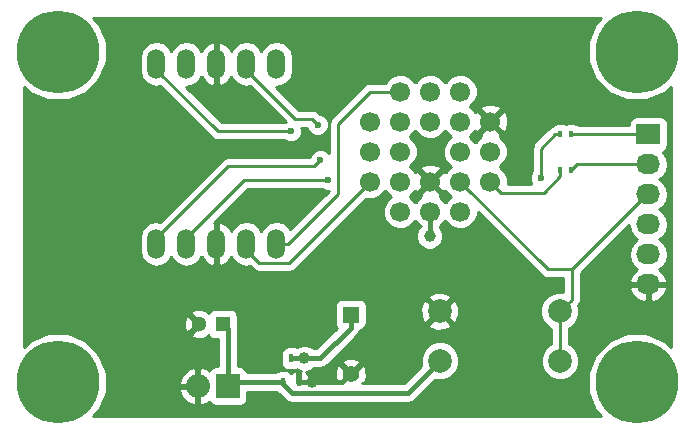
<source format=gtl>
G04 #@! TF.FileFunction,Copper,L1,Top,Signal*
%FSLAX46Y46*%
G04 Gerber Fmt 4.6, Leading zero omitted, Abs format (unit mm)*
G04 Created by KiCad (PCBNEW 4.0.4+e1-6308~48~ubuntu16.04.1-stable) date Fri Oct 14 16:45:37 2016*
%MOMM*%
%LPD*%
G01*
G04 APERTURE LIST*
%ADD10C,0.100000*%
%ADD11R,1.300000X1.300000*%
%ADD12C,1.300000*%
%ADD13R,1.400000X1.400000*%
%ADD14C,1.400000*%
%ADD15R,2.032000X1.727200*%
%ADD16O,2.032000X1.727200*%
%ADD17R,2.032000X2.032000*%
%ADD18O,2.032000X2.032000*%
%ADD19R,0.400000X0.600000*%
%ADD20C,1.998980*%
%ADD21O,1.524000X2.524000*%
%ADD22R,0.457200X0.711200*%
%ADD23C,1.699260*%
%ADD24C,7.000000*%
%ADD25C,1.000000*%
%ADD26C,0.600000*%
%ADD27C,0.400000*%
%ADD28C,0.250000*%
%ADD29C,0.254000*%
G04 APERTURE END LIST*
D10*
D11*
X150950000Y-126060000D03*
D12*
X148950000Y-126060000D03*
D13*
X161800000Y-125260000D03*
D14*
X161800000Y-130260000D03*
D15*
X187000000Y-110000000D03*
D16*
X187000000Y-112540000D03*
X187000000Y-115080000D03*
X187000000Y-117620000D03*
X187000000Y-120160000D03*
X187000000Y-122700000D03*
D17*
X151380000Y-131320000D03*
D18*
X148840000Y-131320000D03*
D19*
X179550000Y-110000000D03*
X180450000Y-110000000D03*
X179550000Y-113000000D03*
X180450000Y-113000000D03*
D20*
X169350000Y-129170000D03*
X179510000Y-129170000D03*
X179490000Y-124990000D03*
X169330000Y-124990000D03*
D21*
X145340000Y-119280000D03*
X147880000Y-119280000D03*
X150420000Y-119280000D03*
X152960000Y-119280000D03*
X155500000Y-119280000D03*
X155500000Y-104040000D03*
X152960000Y-104040000D03*
X150420000Y-104040000D03*
X147880000Y-104040000D03*
X145340000Y-104040000D03*
D22*
X156079600Y-130996000D03*
X157400400Y-130996000D03*
X156740000Y-128964000D03*
D23*
X168537341Y-116539200D03*
X168537341Y-113999200D03*
X171077341Y-116539200D03*
X173617341Y-113999200D03*
X171077341Y-113999200D03*
X173617341Y-111459200D03*
X171077341Y-111459200D03*
X173617341Y-108919200D03*
X171077341Y-106379200D03*
X171077341Y-108919200D03*
X168537341Y-106379200D03*
X168537341Y-108919200D03*
X165997341Y-106379200D03*
X163457341Y-108919200D03*
X165997341Y-108919200D03*
X163457341Y-111459200D03*
X165997341Y-111459200D03*
X163457341Y-113999200D03*
X165997341Y-116539200D03*
X165997341Y-113999200D03*
D24*
X137000000Y-103000000D03*
X186000000Y-103000000D03*
X137000000Y-131000000D03*
X186000000Y-131000000D03*
D25*
X158500000Y-130979472D03*
X157880000Y-128964000D03*
X168490000Y-118620000D03*
D26*
X177890000Y-113700000D03*
X159218370Y-112181630D03*
X159903371Y-113866629D03*
X158990000Y-109180000D03*
X156720000Y-109760000D03*
D27*
X156836074Y-131879474D02*
X156079600Y-131123000D01*
X166640526Y-131879474D02*
X156836074Y-131879474D01*
X156079600Y-131123000D02*
X156079600Y-130996000D01*
X169350000Y-129170000D02*
X166640526Y-131879474D01*
X156079600Y-130996000D02*
X151704000Y-130996000D01*
X151704000Y-130996000D02*
X151380000Y-131320000D01*
X151380000Y-131320000D02*
X151380000Y-126490000D01*
X151380000Y-126490000D02*
X150950000Y-126060000D01*
X158500000Y-130979472D02*
X161080528Y-130979472D01*
X157400400Y-130996000D02*
X158483472Y-130996000D01*
X158483472Y-130996000D02*
X158500000Y-130979472D01*
X161080528Y-130979472D02*
X161800000Y-130260000D01*
X157880000Y-128964000D02*
X159196000Y-128964000D01*
X156740000Y-128964000D02*
X157880000Y-128964000D01*
X168537341Y-116539200D02*
X168537341Y-118572659D01*
X168537341Y-118572659D02*
X168490000Y-118620000D01*
X159196000Y-128964000D02*
X161800000Y-126360000D01*
X161800000Y-126360000D02*
X161800000Y-125260000D01*
D28*
X187000000Y-110000000D02*
X185734000Y-110000000D01*
X185734000Y-110000000D02*
X180450000Y-110000000D01*
X187000000Y-112540000D02*
X180910000Y-112540000D01*
X180910000Y-112540000D02*
X180450000Y-113000000D01*
X171077341Y-113999200D02*
X178516252Y-121438111D01*
X178516252Y-121438111D02*
X180489489Y-121438111D01*
X179490000Y-124990000D02*
X180489489Y-123990511D01*
X180489489Y-123990511D02*
X180489489Y-121438111D01*
X180489489Y-121438111D02*
X186847600Y-115080000D01*
X186847600Y-115080000D02*
X187000000Y-115080000D01*
X179510000Y-129170000D02*
X179510000Y-125010000D01*
X179510000Y-125010000D02*
X179490000Y-124990000D01*
X177890000Y-113700000D02*
X177890000Y-111210000D01*
X177890000Y-111210000D02*
X179100000Y-110000000D01*
X179100000Y-110000000D02*
X179550000Y-110000000D01*
X178170000Y-114930000D02*
X174548141Y-114930000D01*
X174548141Y-114930000D02*
X173617341Y-113999200D01*
X179550000Y-113000000D02*
X179550000Y-113550000D01*
X179550000Y-113550000D02*
X178170000Y-114930000D01*
X145340000Y-119280000D02*
X145340000Y-118780000D01*
X145340000Y-118780000D02*
X151438371Y-112681629D01*
X151438371Y-112681629D02*
X158718371Y-112681629D01*
X158718371Y-112681629D02*
X159218370Y-112181630D01*
X152793371Y-113866629D02*
X159196265Y-113866629D01*
X159196265Y-113866629D02*
X159903371Y-113866629D01*
X147880000Y-119280000D02*
X147880000Y-118780000D01*
X147880000Y-118780000D02*
X152793371Y-113866629D01*
X152960000Y-119280000D02*
X152960000Y-119780000D01*
X152960000Y-119780000D02*
X154047010Y-120867010D01*
X154047010Y-120867010D02*
X156589531Y-120867010D01*
X156589531Y-120867010D02*
X162607712Y-114848829D01*
X162607712Y-114848829D02*
X163457341Y-113999200D01*
X155500000Y-119280000D02*
X156512000Y-119280000D01*
X163440800Y-106379200D02*
X164795783Y-106379200D01*
X160728372Y-115063628D02*
X160728372Y-109091628D01*
X156512000Y-119280000D02*
X160728372Y-115063628D01*
X160728372Y-109091628D02*
X163440800Y-106379200D01*
X164795783Y-106379200D02*
X165997341Y-106379200D01*
X158990000Y-109180000D02*
X158490001Y-108680001D01*
X157100001Y-108680001D02*
X152960000Y-104540000D01*
X158490001Y-108680001D02*
X157100001Y-108680001D01*
X152960000Y-104540000D02*
X152960000Y-104040000D01*
X156720000Y-109760000D02*
X150560000Y-109760000D01*
X150560000Y-109760000D02*
X145340000Y-104540000D01*
X145340000Y-104540000D02*
X145340000Y-104040000D01*
D29*
G36*
X182496562Y-100654653D02*
X181865720Y-102173889D01*
X181864284Y-103818894D01*
X182492474Y-105339229D01*
X183654653Y-106503438D01*
X185173889Y-107134280D01*
X186818894Y-107135716D01*
X188339229Y-106507526D01*
X188873000Y-105974686D01*
X188873000Y-128025137D01*
X188345347Y-127496562D01*
X186826111Y-126865720D01*
X185181106Y-126864284D01*
X183660771Y-127492474D01*
X182496562Y-128654653D01*
X181865720Y-130173889D01*
X181864284Y-131818894D01*
X182492474Y-133339229D01*
X183025314Y-133873000D01*
X139974863Y-133873000D01*
X140503438Y-133345347D01*
X141134280Y-131826111D01*
X141134387Y-131702946D01*
X147234017Y-131702946D01*
X147502812Y-132288379D01*
X147975182Y-132726385D01*
X148457056Y-132925975D01*
X148713000Y-132806836D01*
X148713000Y-131447000D01*
X147352633Y-131447000D01*
X147234017Y-131702946D01*
X141134387Y-131702946D01*
X141135055Y-130937054D01*
X147234017Y-130937054D01*
X147352633Y-131193000D01*
X148713000Y-131193000D01*
X148713000Y-129833164D01*
X148457056Y-129714025D01*
X147975182Y-129913615D01*
X147502812Y-130351621D01*
X147234017Y-130937054D01*
X141135055Y-130937054D01*
X141135716Y-130181106D01*
X140507526Y-128660771D01*
X139345347Y-127496562D01*
X137826111Y-126865720D01*
X136181106Y-126864284D01*
X134660771Y-127492474D01*
X134127000Y-128025314D01*
X134127000Y-125879078D01*
X147652378Y-125879078D01*
X147681917Y-126389428D01*
X147820389Y-126723729D01*
X148050984Y-126779410D01*
X148770395Y-126060000D01*
X148050984Y-125340590D01*
X147820389Y-125396271D01*
X147652378Y-125879078D01*
X134127000Y-125879078D01*
X134127000Y-125160984D01*
X148230590Y-125160984D01*
X148950000Y-125880395D01*
X148964142Y-125866252D01*
X149143748Y-126045858D01*
X149129605Y-126060000D01*
X149143748Y-126074142D01*
X148964142Y-126253748D01*
X148950000Y-126239605D01*
X148230590Y-126959016D01*
X148286271Y-127189611D01*
X148769078Y-127357622D01*
X149279428Y-127328083D01*
X149613729Y-127189611D01*
X149669410Y-126959018D01*
X149771072Y-127060680D01*
X149835910Y-127161441D01*
X150048110Y-127306431D01*
X150300000Y-127357440D01*
X150545000Y-127357440D01*
X150545000Y-129656560D01*
X150364000Y-129656560D01*
X150128683Y-129700838D01*
X149912559Y-129839910D01*
X149801160Y-130002948D01*
X149704818Y-129913615D01*
X149222944Y-129714025D01*
X148967000Y-129833164D01*
X148967000Y-131193000D01*
X148987000Y-131193000D01*
X148987000Y-131447000D01*
X148967000Y-131447000D01*
X148967000Y-132806836D01*
X149222944Y-132925975D01*
X149704818Y-132726385D01*
X149802398Y-132635903D01*
X149899910Y-132787441D01*
X150112110Y-132932431D01*
X150364000Y-132983440D01*
X152396000Y-132983440D01*
X152631317Y-132939162D01*
X152847441Y-132800090D01*
X152992431Y-132587890D01*
X153043440Y-132336000D01*
X153043440Y-131831000D01*
X155427829Y-131831000D01*
X155599110Y-131948031D01*
X155755416Y-131979684D01*
X156245640Y-132469908D01*
X156516534Y-132650914D01*
X156836074Y-132714474D01*
X166640526Y-132714474D01*
X166960067Y-132650913D01*
X167230960Y-132469908D01*
X168933863Y-130767005D01*
X169023453Y-130804206D01*
X169673694Y-130804774D01*
X170274655Y-130556462D01*
X170734846Y-130097073D01*
X170984206Y-129496547D01*
X170984774Y-128846306D01*
X170736462Y-128245345D01*
X170277073Y-127785154D01*
X169676547Y-127535794D01*
X169026306Y-127535226D01*
X168425345Y-127783538D01*
X167965154Y-128242927D01*
X167715794Y-128843453D01*
X167715226Y-129493694D01*
X167753298Y-129585834D01*
X166294658Y-131044474D01*
X162764082Y-131044474D01*
X162735277Y-131015669D01*
X162971042Y-130953831D01*
X163147419Y-130452878D01*
X163118664Y-129922560D01*
X162971042Y-129566169D01*
X162735275Y-129504331D01*
X161979605Y-130260000D01*
X161993748Y-130274142D01*
X161814142Y-130453748D01*
X161800000Y-130439605D01*
X161785858Y-130453748D01*
X161606252Y-130274142D01*
X161620395Y-130260000D01*
X160864725Y-129504331D01*
X160628958Y-129566169D01*
X160452581Y-130067122D01*
X160481336Y-130597440D01*
X160628958Y-130953831D01*
X160864723Y-131015669D01*
X160835918Y-131044474D01*
X157253400Y-131044474D01*
X157253400Y-130869000D01*
X157286100Y-130869000D01*
X157286100Y-130164150D01*
X157127350Y-130005400D01*
X157045491Y-130005400D01*
X156812102Y-130102073D01*
X156744324Y-130169851D01*
X156560090Y-130043969D01*
X156308200Y-129992960D01*
X155851000Y-129992960D01*
X155615683Y-130037238D01*
X155423351Y-130161000D01*
X153016533Y-130161000D01*
X152999162Y-130068683D01*
X152860090Y-129852559D01*
X152647890Y-129707569D01*
X152396000Y-129656560D01*
X152215000Y-129656560D01*
X152215000Y-128608400D01*
X155863960Y-128608400D01*
X155863960Y-129319600D01*
X155908238Y-129554917D01*
X156047310Y-129771041D01*
X156259510Y-129916031D01*
X156511400Y-129967040D01*
X156968600Y-129967040D01*
X157203917Y-129922762D01*
X157221842Y-129911227D01*
X157236235Y-129925645D01*
X157601523Y-130077327D01*
X157514700Y-130164150D01*
X157514700Y-130869000D01*
X158105250Y-130869000D01*
X158264000Y-130710250D01*
X158264000Y-130514090D01*
X158167327Y-130280701D01*
X157988698Y-130102073D01*
X157981495Y-130099089D01*
X158104775Y-130099197D01*
X158522086Y-129926767D01*
X158650076Y-129799000D01*
X159196000Y-129799000D01*
X159515541Y-129735439D01*
X159786434Y-129554434D01*
X160016143Y-129324725D01*
X161044331Y-129324725D01*
X161800000Y-130080395D01*
X162555669Y-129324725D01*
X162493831Y-129088958D01*
X161992878Y-128912581D01*
X161462560Y-128941336D01*
X161106169Y-129088958D01*
X161044331Y-129324725D01*
X160016143Y-129324725D01*
X162390434Y-126950434D01*
X162447038Y-126865720D01*
X162571439Y-126679541D01*
X162589116Y-126590672D01*
X162735317Y-126563162D01*
X162951441Y-126424090D01*
X163096431Y-126211890D01*
X163110551Y-126142163D01*
X168357443Y-126142163D01*
X168456042Y-126408965D01*
X169065582Y-126635401D01*
X169715377Y-126611341D01*
X170203958Y-126408965D01*
X170302557Y-126142163D01*
X169330000Y-125169605D01*
X168357443Y-126142163D01*
X163110551Y-126142163D01*
X163147440Y-125960000D01*
X163147440Y-124725582D01*
X167684599Y-124725582D01*
X167708659Y-125375377D01*
X167911035Y-125863958D01*
X168177837Y-125962557D01*
X169150395Y-124990000D01*
X169509605Y-124990000D01*
X170482163Y-125962557D01*
X170748965Y-125863958D01*
X170975401Y-125254418D01*
X170951341Y-124604623D01*
X170748965Y-124116042D01*
X170482163Y-124017443D01*
X169509605Y-124990000D01*
X169150395Y-124990000D01*
X168177837Y-124017443D01*
X167911035Y-124116042D01*
X167684599Y-124725582D01*
X163147440Y-124725582D01*
X163147440Y-124560000D01*
X163103162Y-124324683D01*
X162964090Y-124108559D01*
X162751890Y-123963569D01*
X162500000Y-123912560D01*
X161100000Y-123912560D01*
X160864683Y-123956838D01*
X160648559Y-124095910D01*
X160503569Y-124308110D01*
X160452560Y-124560000D01*
X160452560Y-125960000D01*
X160496838Y-126195317D01*
X160609200Y-126369932D01*
X158850132Y-128129000D01*
X158650189Y-128129000D01*
X158523765Y-128002355D01*
X158106756Y-127829197D01*
X157655225Y-127828803D01*
X157237914Y-128001233D01*
X157224449Y-128014674D01*
X157220490Y-128011969D01*
X156968600Y-127960960D01*
X156511400Y-127960960D01*
X156276083Y-128005238D01*
X156059959Y-128144310D01*
X155914969Y-128356510D01*
X155863960Y-128608400D01*
X152215000Y-128608400D01*
X152215000Y-126870194D01*
X152247440Y-126710000D01*
X152247440Y-125410000D01*
X152203162Y-125174683D01*
X152064090Y-124958559D01*
X151851890Y-124813569D01*
X151600000Y-124762560D01*
X150300000Y-124762560D01*
X150064683Y-124806838D01*
X149848559Y-124945910D01*
X149771063Y-125059329D01*
X149669410Y-125160982D01*
X149613729Y-124930389D01*
X149130922Y-124762378D01*
X148620572Y-124791917D01*
X148286271Y-124930389D01*
X148230590Y-125160984D01*
X134127000Y-125160984D01*
X134127000Y-123837837D01*
X168357443Y-123837837D01*
X169330000Y-124810395D01*
X170302557Y-123837837D01*
X170203958Y-123571035D01*
X169594418Y-123344599D01*
X168944623Y-123368659D01*
X168456042Y-123571035D01*
X168357443Y-123837837D01*
X134127000Y-123837837D01*
X134127000Y-118742836D01*
X143943000Y-118742836D01*
X143943000Y-119817164D01*
X144049340Y-120351773D01*
X144352172Y-120804992D01*
X144805391Y-121107824D01*
X145340000Y-121214164D01*
X145874609Y-121107824D01*
X146327828Y-120804992D01*
X146610000Y-120382693D01*
X146892172Y-120804992D01*
X147345391Y-121107824D01*
X147880000Y-121214164D01*
X148414609Y-121107824D01*
X148867828Y-120804992D01*
X149159298Y-120368778D01*
X149177941Y-120431941D01*
X149521974Y-120857630D01*
X150002723Y-121119260D01*
X150076930Y-121134220D01*
X150293000Y-121011720D01*
X150293000Y-119407000D01*
X150273000Y-119407000D01*
X150273000Y-119153000D01*
X150293000Y-119153000D01*
X150293000Y-117548280D01*
X150225047Y-117509755D01*
X153108173Y-114626629D01*
X159340908Y-114626629D01*
X159373044Y-114658821D01*
X159716572Y-114801467D01*
X159915558Y-114801640D01*
X156677831Y-118039367D01*
X156487828Y-117755008D01*
X156034609Y-117452176D01*
X155500000Y-117345836D01*
X154965391Y-117452176D01*
X154512172Y-117755008D01*
X154230000Y-118177307D01*
X153947828Y-117755008D01*
X153494609Y-117452176D01*
X152960000Y-117345836D01*
X152425391Y-117452176D01*
X151972172Y-117755008D01*
X151680702Y-118191222D01*
X151662059Y-118128059D01*
X151318026Y-117702370D01*
X150837277Y-117440740D01*
X150763070Y-117425780D01*
X150547000Y-117548280D01*
X150547000Y-119153000D01*
X150567000Y-119153000D01*
X150567000Y-119407000D01*
X150547000Y-119407000D01*
X150547000Y-121011720D01*
X150763070Y-121134220D01*
X150837277Y-121119260D01*
X151318026Y-120857630D01*
X151662059Y-120431941D01*
X151680702Y-120368778D01*
X151972172Y-120804992D01*
X152425391Y-121107824D01*
X152960000Y-121214164D01*
X153259740Y-121154542D01*
X153509609Y-121404411D01*
X153756170Y-121569158D01*
X154047010Y-121627010D01*
X156589531Y-121627010D01*
X156880370Y-121569158D01*
X157126932Y-121404411D01*
X163080915Y-115450428D01*
X163160734Y-115483572D01*
X163751357Y-115484088D01*
X164297218Y-115258542D01*
X164715215Y-114841274D01*
X164727090Y-114812676D01*
X164737999Y-114839077D01*
X165155267Y-115257074D01*
X165183865Y-115268949D01*
X165157464Y-115279858D01*
X164739467Y-115697126D01*
X164512969Y-116242593D01*
X164512453Y-116833216D01*
X164737999Y-117379077D01*
X165155267Y-117797074D01*
X165700734Y-118023572D01*
X166291357Y-118024088D01*
X166837218Y-117798542D01*
X167255215Y-117381274D01*
X167267090Y-117352676D01*
X167277999Y-117379077D01*
X167695267Y-117797074D01*
X167702341Y-117800011D01*
X167702341Y-117802552D01*
X167528355Y-117976235D01*
X167355197Y-118393244D01*
X167354803Y-118844775D01*
X167527233Y-119262086D01*
X167846235Y-119581645D01*
X168263244Y-119754803D01*
X168714775Y-119755197D01*
X169132086Y-119582767D01*
X169451645Y-119263765D01*
X169624803Y-118846756D01*
X169625197Y-118395225D01*
X169452767Y-117977914D01*
X169372341Y-117897348D01*
X169372341Y-117800557D01*
X169377218Y-117798542D01*
X169795215Y-117381274D01*
X169807090Y-117352676D01*
X169817999Y-117379077D01*
X170235267Y-117797074D01*
X170780734Y-118023572D01*
X171371357Y-118024088D01*
X171917218Y-117798542D01*
X172335215Y-117381274D01*
X172561713Y-116835807D01*
X172561955Y-116558616D01*
X177978851Y-121975512D01*
X178225413Y-122140259D01*
X178516252Y-122198111D01*
X179729489Y-122198111D01*
X179729489Y-123355718D01*
X179166306Y-123355226D01*
X178565345Y-123603538D01*
X178105154Y-124062927D01*
X177855794Y-124663453D01*
X177855226Y-125313694D01*
X178103538Y-125914655D01*
X178562927Y-126374846D01*
X178750000Y-126452525D01*
X178750000Y-127715504D01*
X178585345Y-127783538D01*
X178125154Y-128242927D01*
X177875794Y-128843453D01*
X177875226Y-129493694D01*
X178123538Y-130094655D01*
X178582927Y-130554846D01*
X179183453Y-130804206D01*
X179833694Y-130804774D01*
X180434655Y-130556462D01*
X180894846Y-130097073D01*
X181144206Y-129496547D01*
X181144774Y-128846306D01*
X180896462Y-128245345D01*
X180437073Y-127785154D01*
X180270000Y-127715779D01*
X180270000Y-126436232D01*
X180414655Y-126376462D01*
X180874846Y-125917073D01*
X181124206Y-125316547D01*
X181124774Y-124666306D01*
X181052039Y-124490274D01*
X181191637Y-124281350D01*
X181249489Y-123990511D01*
X181249489Y-123059026D01*
X185392642Y-123059026D01*
X185395291Y-123074791D01*
X185649268Y-123602036D01*
X186085680Y-123991954D01*
X186638087Y-124185184D01*
X186873000Y-124040924D01*
X186873000Y-122827000D01*
X187127000Y-122827000D01*
X187127000Y-124040924D01*
X187361913Y-124185184D01*
X187914320Y-123991954D01*
X188350732Y-123602036D01*
X188604709Y-123074791D01*
X188607358Y-123059026D01*
X188486217Y-122827000D01*
X187127000Y-122827000D01*
X186873000Y-122827000D01*
X185513783Y-122827000D01*
X185392642Y-123059026D01*
X181249489Y-123059026D01*
X181249489Y-121752913D01*
X185327563Y-117674839D01*
X185430729Y-118193489D01*
X185755585Y-118679670D01*
X186070366Y-118890000D01*
X185755585Y-119100330D01*
X185430729Y-119586511D01*
X185316655Y-120160000D01*
X185430729Y-120733489D01*
X185755585Y-121219670D01*
X186065069Y-121426461D01*
X185649268Y-121797964D01*
X185395291Y-122325209D01*
X185392642Y-122340974D01*
X185513783Y-122573000D01*
X186873000Y-122573000D01*
X186873000Y-122553000D01*
X187127000Y-122553000D01*
X187127000Y-122573000D01*
X188486217Y-122573000D01*
X188607358Y-122340974D01*
X188604709Y-122325209D01*
X188350732Y-121797964D01*
X187934931Y-121426461D01*
X188244415Y-121219670D01*
X188569271Y-120733489D01*
X188683345Y-120160000D01*
X188569271Y-119586511D01*
X188244415Y-119100330D01*
X187929634Y-118890000D01*
X188244415Y-118679670D01*
X188569271Y-118193489D01*
X188683345Y-117620000D01*
X188569271Y-117046511D01*
X188244415Y-116560330D01*
X187929634Y-116350000D01*
X188244415Y-116139670D01*
X188569271Y-115653489D01*
X188683345Y-115080000D01*
X188569271Y-114506511D01*
X188244415Y-114020330D01*
X187929634Y-113810000D01*
X188244415Y-113599670D01*
X188569271Y-113113489D01*
X188683345Y-112540000D01*
X188569271Y-111966511D01*
X188244415Y-111480330D01*
X188230087Y-111470757D01*
X188251317Y-111466762D01*
X188467441Y-111327690D01*
X188612431Y-111115490D01*
X188663440Y-110863600D01*
X188663440Y-109136400D01*
X188619162Y-108901083D01*
X188480090Y-108684959D01*
X188267890Y-108539969D01*
X188016000Y-108488960D01*
X185984000Y-108488960D01*
X185748683Y-108533238D01*
X185532559Y-108672310D01*
X185387569Y-108884510D01*
X185336560Y-109136400D01*
X185336560Y-109240000D01*
X181101563Y-109240000D01*
X180901890Y-109103569D01*
X180650000Y-109052560D01*
X180250000Y-109052560D01*
X180014683Y-109096838D01*
X180003021Y-109104342D01*
X180001890Y-109103569D01*
X179750000Y-109052560D01*
X179350000Y-109052560D01*
X179114683Y-109096838D01*
X178898559Y-109235910D01*
X178863640Y-109287015D01*
X178857414Y-109288254D01*
X178809160Y-109297852D01*
X178562599Y-109462599D01*
X177352599Y-110672599D01*
X177187852Y-110919161D01*
X177130000Y-111210000D01*
X177130000Y-113137537D01*
X177097808Y-113169673D01*
X176955162Y-113513201D01*
X176954838Y-113885167D01*
X177072528Y-114170000D01*
X175101823Y-114170000D01*
X175102229Y-113705184D01*
X174876683Y-113159323D01*
X174459415Y-112741326D01*
X174430817Y-112729451D01*
X174457218Y-112718542D01*
X174875215Y-112301274D01*
X175101713Y-111755807D01*
X175102229Y-111165184D01*
X174876683Y-110619323D01*
X174459415Y-110201326D01*
X174411630Y-110181484D01*
X174481426Y-109962890D01*
X173617341Y-109098805D01*
X172753256Y-109962890D01*
X172822921Y-110181075D01*
X172777464Y-110199858D01*
X172359467Y-110617126D01*
X172347592Y-110645724D01*
X172336683Y-110619323D01*
X171919415Y-110201326D01*
X171890817Y-110189451D01*
X171917218Y-110178542D01*
X172335215Y-109761274D01*
X172355057Y-109713489D01*
X172573651Y-109783285D01*
X173437736Y-108919200D01*
X173796946Y-108919200D01*
X174661031Y-109783285D01*
X174912294Y-109703058D01*
X175113691Y-109147833D01*
X175087282Y-108557801D01*
X174912294Y-108135342D01*
X174661031Y-108055115D01*
X173796946Y-108919200D01*
X173437736Y-108919200D01*
X172573651Y-108055115D01*
X172355466Y-108124780D01*
X172336683Y-108079323D01*
X172133226Y-107875510D01*
X172753256Y-107875510D01*
X173617341Y-108739595D01*
X174481426Y-107875510D01*
X174401199Y-107624247D01*
X173845974Y-107422850D01*
X173255942Y-107449259D01*
X172833483Y-107624247D01*
X172753256Y-107875510D01*
X172133226Y-107875510D01*
X171919415Y-107661326D01*
X171890817Y-107649451D01*
X171917218Y-107638542D01*
X172335215Y-107221274D01*
X172561713Y-106675807D01*
X172562229Y-106085184D01*
X172336683Y-105539323D01*
X171919415Y-105121326D01*
X171373948Y-104894828D01*
X170783325Y-104894312D01*
X170237464Y-105119858D01*
X169819467Y-105537126D01*
X169807592Y-105565724D01*
X169796683Y-105539323D01*
X169379415Y-105121326D01*
X168833948Y-104894828D01*
X168243325Y-104894312D01*
X167697464Y-105119858D01*
X167279467Y-105537126D01*
X167267592Y-105565724D01*
X167256683Y-105539323D01*
X166839415Y-105121326D01*
X166293948Y-104894828D01*
X165703325Y-104894312D01*
X165157464Y-105119858D01*
X164739467Y-105537126D01*
X164705387Y-105619200D01*
X163440800Y-105619200D01*
X163198214Y-105667454D01*
X163149960Y-105677052D01*
X162903399Y-105841799D01*
X160190971Y-108554227D01*
X160026224Y-108800789D01*
X159968372Y-109091628D01*
X159968372Y-111609497D01*
X159748697Y-111389438D01*
X159405169Y-111246792D01*
X159033203Y-111246468D01*
X158689427Y-111388513D01*
X158426178Y-111651303D01*
X158313928Y-111921629D01*
X151438371Y-111921629D01*
X151147532Y-111979481D01*
X150900970Y-112144228D01*
X145639740Y-117405458D01*
X145340000Y-117345836D01*
X144805391Y-117452176D01*
X144352172Y-117755008D01*
X144049340Y-118208227D01*
X143943000Y-118742836D01*
X134127000Y-118742836D01*
X134127000Y-105974863D01*
X134654653Y-106503438D01*
X136173889Y-107134280D01*
X137818894Y-107135716D01*
X139339229Y-106507526D01*
X140503438Y-105345347D01*
X141134280Y-103826111D01*
X141134562Y-103502836D01*
X143943000Y-103502836D01*
X143943000Y-104577164D01*
X144049340Y-105111773D01*
X144352172Y-105564992D01*
X144805391Y-105867824D01*
X145340000Y-105974164D01*
X145639740Y-105914542D01*
X150022599Y-110297401D01*
X150269161Y-110462148D01*
X150560000Y-110520000D01*
X156157537Y-110520000D01*
X156189673Y-110552192D01*
X156533201Y-110694838D01*
X156905167Y-110695162D01*
X157248943Y-110553117D01*
X157512192Y-110290327D01*
X157654838Y-109946799D01*
X157655162Y-109574833D01*
X157599451Y-109440001D01*
X158085759Y-109440001D01*
X158196883Y-109708943D01*
X158459673Y-109972192D01*
X158803201Y-110114838D01*
X159175167Y-110115162D01*
X159518943Y-109973117D01*
X159782192Y-109710327D01*
X159924838Y-109366799D01*
X159925162Y-108994833D01*
X159783117Y-108651057D01*
X159520327Y-108387808D01*
X159176799Y-108245162D01*
X159129923Y-108245121D01*
X159027402Y-108142600D01*
X158780840Y-107977853D01*
X158490001Y-107920001D01*
X157414803Y-107920001D01*
X155461260Y-105966458D01*
X155500000Y-105974164D01*
X156034609Y-105867824D01*
X156487828Y-105564992D01*
X156790660Y-105111773D01*
X156897000Y-104577164D01*
X156897000Y-103502836D01*
X156790660Y-102968227D01*
X156487828Y-102515008D01*
X156034609Y-102212176D01*
X155500000Y-102105836D01*
X154965391Y-102212176D01*
X154512172Y-102515008D01*
X154230000Y-102937307D01*
X153947828Y-102515008D01*
X153494609Y-102212176D01*
X152960000Y-102105836D01*
X152425391Y-102212176D01*
X151972172Y-102515008D01*
X151680702Y-102951222D01*
X151662059Y-102888059D01*
X151318026Y-102462370D01*
X150837277Y-102200740D01*
X150763070Y-102185780D01*
X150547000Y-102308280D01*
X150547000Y-103913000D01*
X150567000Y-103913000D01*
X150567000Y-104167000D01*
X150547000Y-104167000D01*
X150547000Y-105771720D01*
X150763070Y-105894220D01*
X150837277Y-105879260D01*
X151318026Y-105617630D01*
X151662059Y-105191941D01*
X151680702Y-105128778D01*
X151972172Y-105564992D01*
X152425391Y-105867824D01*
X152960000Y-105974164D01*
X153259740Y-105914542D01*
X156276696Y-108931498D01*
X156191057Y-108966883D01*
X156157882Y-109000000D01*
X150874802Y-109000000D01*
X147841260Y-105966458D01*
X147880000Y-105974164D01*
X148414609Y-105867824D01*
X148867828Y-105564992D01*
X149159298Y-105128778D01*
X149177941Y-105191941D01*
X149521974Y-105617630D01*
X150002723Y-105879260D01*
X150076930Y-105894220D01*
X150293000Y-105771720D01*
X150293000Y-104167000D01*
X150273000Y-104167000D01*
X150273000Y-103913000D01*
X150293000Y-103913000D01*
X150293000Y-102308280D01*
X150076930Y-102185780D01*
X150002723Y-102200740D01*
X149521974Y-102462370D01*
X149177941Y-102888059D01*
X149159298Y-102951222D01*
X148867828Y-102515008D01*
X148414609Y-102212176D01*
X147880000Y-102105836D01*
X147345391Y-102212176D01*
X146892172Y-102515008D01*
X146610000Y-102937307D01*
X146327828Y-102515008D01*
X145874609Y-102212176D01*
X145340000Y-102105836D01*
X144805391Y-102212176D01*
X144352172Y-102515008D01*
X144049340Y-102968227D01*
X143943000Y-103502836D01*
X141134562Y-103502836D01*
X141135716Y-102181106D01*
X140507526Y-100660771D01*
X139974686Y-100127000D01*
X183025137Y-100127000D01*
X182496562Y-100654653D01*
X182496562Y-100654653D01*
G37*
X182496562Y-100654653D02*
X181865720Y-102173889D01*
X181864284Y-103818894D01*
X182492474Y-105339229D01*
X183654653Y-106503438D01*
X185173889Y-107134280D01*
X186818894Y-107135716D01*
X188339229Y-106507526D01*
X188873000Y-105974686D01*
X188873000Y-128025137D01*
X188345347Y-127496562D01*
X186826111Y-126865720D01*
X185181106Y-126864284D01*
X183660771Y-127492474D01*
X182496562Y-128654653D01*
X181865720Y-130173889D01*
X181864284Y-131818894D01*
X182492474Y-133339229D01*
X183025314Y-133873000D01*
X139974863Y-133873000D01*
X140503438Y-133345347D01*
X141134280Y-131826111D01*
X141134387Y-131702946D01*
X147234017Y-131702946D01*
X147502812Y-132288379D01*
X147975182Y-132726385D01*
X148457056Y-132925975D01*
X148713000Y-132806836D01*
X148713000Y-131447000D01*
X147352633Y-131447000D01*
X147234017Y-131702946D01*
X141134387Y-131702946D01*
X141135055Y-130937054D01*
X147234017Y-130937054D01*
X147352633Y-131193000D01*
X148713000Y-131193000D01*
X148713000Y-129833164D01*
X148457056Y-129714025D01*
X147975182Y-129913615D01*
X147502812Y-130351621D01*
X147234017Y-130937054D01*
X141135055Y-130937054D01*
X141135716Y-130181106D01*
X140507526Y-128660771D01*
X139345347Y-127496562D01*
X137826111Y-126865720D01*
X136181106Y-126864284D01*
X134660771Y-127492474D01*
X134127000Y-128025314D01*
X134127000Y-125879078D01*
X147652378Y-125879078D01*
X147681917Y-126389428D01*
X147820389Y-126723729D01*
X148050984Y-126779410D01*
X148770395Y-126060000D01*
X148050984Y-125340590D01*
X147820389Y-125396271D01*
X147652378Y-125879078D01*
X134127000Y-125879078D01*
X134127000Y-125160984D01*
X148230590Y-125160984D01*
X148950000Y-125880395D01*
X148964142Y-125866252D01*
X149143748Y-126045858D01*
X149129605Y-126060000D01*
X149143748Y-126074142D01*
X148964142Y-126253748D01*
X148950000Y-126239605D01*
X148230590Y-126959016D01*
X148286271Y-127189611D01*
X148769078Y-127357622D01*
X149279428Y-127328083D01*
X149613729Y-127189611D01*
X149669410Y-126959018D01*
X149771072Y-127060680D01*
X149835910Y-127161441D01*
X150048110Y-127306431D01*
X150300000Y-127357440D01*
X150545000Y-127357440D01*
X150545000Y-129656560D01*
X150364000Y-129656560D01*
X150128683Y-129700838D01*
X149912559Y-129839910D01*
X149801160Y-130002948D01*
X149704818Y-129913615D01*
X149222944Y-129714025D01*
X148967000Y-129833164D01*
X148967000Y-131193000D01*
X148987000Y-131193000D01*
X148987000Y-131447000D01*
X148967000Y-131447000D01*
X148967000Y-132806836D01*
X149222944Y-132925975D01*
X149704818Y-132726385D01*
X149802398Y-132635903D01*
X149899910Y-132787441D01*
X150112110Y-132932431D01*
X150364000Y-132983440D01*
X152396000Y-132983440D01*
X152631317Y-132939162D01*
X152847441Y-132800090D01*
X152992431Y-132587890D01*
X153043440Y-132336000D01*
X153043440Y-131831000D01*
X155427829Y-131831000D01*
X155599110Y-131948031D01*
X155755416Y-131979684D01*
X156245640Y-132469908D01*
X156516534Y-132650914D01*
X156836074Y-132714474D01*
X166640526Y-132714474D01*
X166960067Y-132650913D01*
X167230960Y-132469908D01*
X168933863Y-130767005D01*
X169023453Y-130804206D01*
X169673694Y-130804774D01*
X170274655Y-130556462D01*
X170734846Y-130097073D01*
X170984206Y-129496547D01*
X170984774Y-128846306D01*
X170736462Y-128245345D01*
X170277073Y-127785154D01*
X169676547Y-127535794D01*
X169026306Y-127535226D01*
X168425345Y-127783538D01*
X167965154Y-128242927D01*
X167715794Y-128843453D01*
X167715226Y-129493694D01*
X167753298Y-129585834D01*
X166294658Y-131044474D01*
X162764082Y-131044474D01*
X162735277Y-131015669D01*
X162971042Y-130953831D01*
X163147419Y-130452878D01*
X163118664Y-129922560D01*
X162971042Y-129566169D01*
X162735275Y-129504331D01*
X161979605Y-130260000D01*
X161993748Y-130274142D01*
X161814142Y-130453748D01*
X161800000Y-130439605D01*
X161785858Y-130453748D01*
X161606252Y-130274142D01*
X161620395Y-130260000D01*
X160864725Y-129504331D01*
X160628958Y-129566169D01*
X160452581Y-130067122D01*
X160481336Y-130597440D01*
X160628958Y-130953831D01*
X160864723Y-131015669D01*
X160835918Y-131044474D01*
X157253400Y-131044474D01*
X157253400Y-130869000D01*
X157286100Y-130869000D01*
X157286100Y-130164150D01*
X157127350Y-130005400D01*
X157045491Y-130005400D01*
X156812102Y-130102073D01*
X156744324Y-130169851D01*
X156560090Y-130043969D01*
X156308200Y-129992960D01*
X155851000Y-129992960D01*
X155615683Y-130037238D01*
X155423351Y-130161000D01*
X153016533Y-130161000D01*
X152999162Y-130068683D01*
X152860090Y-129852559D01*
X152647890Y-129707569D01*
X152396000Y-129656560D01*
X152215000Y-129656560D01*
X152215000Y-128608400D01*
X155863960Y-128608400D01*
X155863960Y-129319600D01*
X155908238Y-129554917D01*
X156047310Y-129771041D01*
X156259510Y-129916031D01*
X156511400Y-129967040D01*
X156968600Y-129967040D01*
X157203917Y-129922762D01*
X157221842Y-129911227D01*
X157236235Y-129925645D01*
X157601523Y-130077327D01*
X157514700Y-130164150D01*
X157514700Y-130869000D01*
X158105250Y-130869000D01*
X158264000Y-130710250D01*
X158264000Y-130514090D01*
X158167327Y-130280701D01*
X157988698Y-130102073D01*
X157981495Y-130099089D01*
X158104775Y-130099197D01*
X158522086Y-129926767D01*
X158650076Y-129799000D01*
X159196000Y-129799000D01*
X159515541Y-129735439D01*
X159786434Y-129554434D01*
X160016143Y-129324725D01*
X161044331Y-129324725D01*
X161800000Y-130080395D01*
X162555669Y-129324725D01*
X162493831Y-129088958D01*
X161992878Y-128912581D01*
X161462560Y-128941336D01*
X161106169Y-129088958D01*
X161044331Y-129324725D01*
X160016143Y-129324725D01*
X162390434Y-126950434D01*
X162447038Y-126865720D01*
X162571439Y-126679541D01*
X162589116Y-126590672D01*
X162735317Y-126563162D01*
X162951441Y-126424090D01*
X163096431Y-126211890D01*
X163110551Y-126142163D01*
X168357443Y-126142163D01*
X168456042Y-126408965D01*
X169065582Y-126635401D01*
X169715377Y-126611341D01*
X170203958Y-126408965D01*
X170302557Y-126142163D01*
X169330000Y-125169605D01*
X168357443Y-126142163D01*
X163110551Y-126142163D01*
X163147440Y-125960000D01*
X163147440Y-124725582D01*
X167684599Y-124725582D01*
X167708659Y-125375377D01*
X167911035Y-125863958D01*
X168177837Y-125962557D01*
X169150395Y-124990000D01*
X169509605Y-124990000D01*
X170482163Y-125962557D01*
X170748965Y-125863958D01*
X170975401Y-125254418D01*
X170951341Y-124604623D01*
X170748965Y-124116042D01*
X170482163Y-124017443D01*
X169509605Y-124990000D01*
X169150395Y-124990000D01*
X168177837Y-124017443D01*
X167911035Y-124116042D01*
X167684599Y-124725582D01*
X163147440Y-124725582D01*
X163147440Y-124560000D01*
X163103162Y-124324683D01*
X162964090Y-124108559D01*
X162751890Y-123963569D01*
X162500000Y-123912560D01*
X161100000Y-123912560D01*
X160864683Y-123956838D01*
X160648559Y-124095910D01*
X160503569Y-124308110D01*
X160452560Y-124560000D01*
X160452560Y-125960000D01*
X160496838Y-126195317D01*
X160609200Y-126369932D01*
X158850132Y-128129000D01*
X158650189Y-128129000D01*
X158523765Y-128002355D01*
X158106756Y-127829197D01*
X157655225Y-127828803D01*
X157237914Y-128001233D01*
X157224449Y-128014674D01*
X157220490Y-128011969D01*
X156968600Y-127960960D01*
X156511400Y-127960960D01*
X156276083Y-128005238D01*
X156059959Y-128144310D01*
X155914969Y-128356510D01*
X155863960Y-128608400D01*
X152215000Y-128608400D01*
X152215000Y-126870194D01*
X152247440Y-126710000D01*
X152247440Y-125410000D01*
X152203162Y-125174683D01*
X152064090Y-124958559D01*
X151851890Y-124813569D01*
X151600000Y-124762560D01*
X150300000Y-124762560D01*
X150064683Y-124806838D01*
X149848559Y-124945910D01*
X149771063Y-125059329D01*
X149669410Y-125160982D01*
X149613729Y-124930389D01*
X149130922Y-124762378D01*
X148620572Y-124791917D01*
X148286271Y-124930389D01*
X148230590Y-125160984D01*
X134127000Y-125160984D01*
X134127000Y-123837837D01*
X168357443Y-123837837D01*
X169330000Y-124810395D01*
X170302557Y-123837837D01*
X170203958Y-123571035D01*
X169594418Y-123344599D01*
X168944623Y-123368659D01*
X168456042Y-123571035D01*
X168357443Y-123837837D01*
X134127000Y-123837837D01*
X134127000Y-118742836D01*
X143943000Y-118742836D01*
X143943000Y-119817164D01*
X144049340Y-120351773D01*
X144352172Y-120804992D01*
X144805391Y-121107824D01*
X145340000Y-121214164D01*
X145874609Y-121107824D01*
X146327828Y-120804992D01*
X146610000Y-120382693D01*
X146892172Y-120804992D01*
X147345391Y-121107824D01*
X147880000Y-121214164D01*
X148414609Y-121107824D01*
X148867828Y-120804992D01*
X149159298Y-120368778D01*
X149177941Y-120431941D01*
X149521974Y-120857630D01*
X150002723Y-121119260D01*
X150076930Y-121134220D01*
X150293000Y-121011720D01*
X150293000Y-119407000D01*
X150273000Y-119407000D01*
X150273000Y-119153000D01*
X150293000Y-119153000D01*
X150293000Y-117548280D01*
X150225047Y-117509755D01*
X153108173Y-114626629D01*
X159340908Y-114626629D01*
X159373044Y-114658821D01*
X159716572Y-114801467D01*
X159915558Y-114801640D01*
X156677831Y-118039367D01*
X156487828Y-117755008D01*
X156034609Y-117452176D01*
X155500000Y-117345836D01*
X154965391Y-117452176D01*
X154512172Y-117755008D01*
X154230000Y-118177307D01*
X153947828Y-117755008D01*
X153494609Y-117452176D01*
X152960000Y-117345836D01*
X152425391Y-117452176D01*
X151972172Y-117755008D01*
X151680702Y-118191222D01*
X151662059Y-118128059D01*
X151318026Y-117702370D01*
X150837277Y-117440740D01*
X150763070Y-117425780D01*
X150547000Y-117548280D01*
X150547000Y-119153000D01*
X150567000Y-119153000D01*
X150567000Y-119407000D01*
X150547000Y-119407000D01*
X150547000Y-121011720D01*
X150763070Y-121134220D01*
X150837277Y-121119260D01*
X151318026Y-120857630D01*
X151662059Y-120431941D01*
X151680702Y-120368778D01*
X151972172Y-120804992D01*
X152425391Y-121107824D01*
X152960000Y-121214164D01*
X153259740Y-121154542D01*
X153509609Y-121404411D01*
X153756170Y-121569158D01*
X154047010Y-121627010D01*
X156589531Y-121627010D01*
X156880370Y-121569158D01*
X157126932Y-121404411D01*
X163080915Y-115450428D01*
X163160734Y-115483572D01*
X163751357Y-115484088D01*
X164297218Y-115258542D01*
X164715215Y-114841274D01*
X164727090Y-114812676D01*
X164737999Y-114839077D01*
X165155267Y-115257074D01*
X165183865Y-115268949D01*
X165157464Y-115279858D01*
X164739467Y-115697126D01*
X164512969Y-116242593D01*
X164512453Y-116833216D01*
X164737999Y-117379077D01*
X165155267Y-117797074D01*
X165700734Y-118023572D01*
X166291357Y-118024088D01*
X166837218Y-117798542D01*
X167255215Y-117381274D01*
X167267090Y-117352676D01*
X167277999Y-117379077D01*
X167695267Y-117797074D01*
X167702341Y-117800011D01*
X167702341Y-117802552D01*
X167528355Y-117976235D01*
X167355197Y-118393244D01*
X167354803Y-118844775D01*
X167527233Y-119262086D01*
X167846235Y-119581645D01*
X168263244Y-119754803D01*
X168714775Y-119755197D01*
X169132086Y-119582767D01*
X169451645Y-119263765D01*
X169624803Y-118846756D01*
X169625197Y-118395225D01*
X169452767Y-117977914D01*
X169372341Y-117897348D01*
X169372341Y-117800557D01*
X169377218Y-117798542D01*
X169795215Y-117381274D01*
X169807090Y-117352676D01*
X169817999Y-117379077D01*
X170235267Y-117797074D01*
X170780734Y-118023572D01*
X171371357Y-118024088D01*
X171917218Y-117798542D01*
X172335215Y-117381274D01*
X172561713Y-116835807D01*
X172561955Y-116558616D01*
X177978851Y-121975512D01*
X178225413Y-122140259D01*
X178516252Y-122198111D01*
X179729489Y-122198111D01*
X179729489Y-123355718D01*
X179166306Y-123355226D01*
X178565345Y-123603538D01*
X178105154Y-124062927D01*
X177855794Y-124663453D01*
X177855226Y-125313694D01*
X178103538Y-125914655D01*
X178562927Y-126374846D01*
X178750000Y-126452525D01*
X178750000Y-127715504D01*
X178585345Y-127783538D01*
X178125154Y-128242927D01*
X177875794Y-128843453D01*
X177875226Y-129493694D01*
X178123538Y-130094655D01*
X178582927Y-130554846D01*
X179183453Y-130804206D01*
X179833694Y-130804774D01*
X180434655Y-130556462D01*
X180894846Y-130097073D01*
X181144206Y-129496547D01*
X181144774Y-128846306D01*
X180896462Y-128245345D01*
X180437073Y-127785154D01*
X180270000Y-127715779D01*
X180270000Y-126436232D01*
X180414655Y-126376462D01*
X180874846Y-125917073D01*
X181124206Y-125316547D01*
X181124774Y-124666306D01*
X181052039Y-124490274D01*
X181191637Y-124281350D01*
X181249489Y-123990511D01*
X181249489Y-123059026D01*
X185392642Y-123059026D01*
X185395291Y-123074791D01*
X185649268Y-123602036D01*
X186085680Y-123991954D01*
X186638087Y-124185184D01*
X186873000Y-124040924D01*
X186873000Y-122827000D01*
X187127000Y-122827000D01*
X187127000Y-124040924D01*
X187361913Y-124185184D01*
X187914320Y-123991954D01*
X188350732Y-123602036D01*
X188604709Y-123074791D01*
X188607358Y-123059026D01*
X188486217Y-122827000D01*
X187127000Y-122827000D01*
X186873000Y-122827000D01*
X185513783Y-122827000D01*
X185392642Y-123059026D01*
X181249489Y-123059026D01*
X181249489Y-121752913D01*
X185327563Y-117674839D01*
X185430729Y-118193489D01*
X185755585Y-118679670D01*
X186070366Y-118890000D01*
X185755585Y-119100330D01*
X185430729Y-119586511D01*
X185316655Y-120160000D01*
X185430729Y-120733489D01*
X185755585Y-121219670D01*
X186065069Y-121426461D01*
X185649268Y-121797964D01*
X185395291Y-122325209D01*
X185392642Y-122340974D01*
X185513783Y-122573000D01*
X186873000Y-122573000D01*
X186873000Y-122553000D01*
X187127000Y-122553000D01*
X187127000Y-122573000D01*
X188486217Y-122573000D01*
X188607358Y-122340974D01*
X188604709Y-122325209D01*
X188350732Y-121797964D01*
X187934931Y-121426461D01*
X188244415Y-121219670D01*
X188569271Y-120733489D01*
X188683345Y-120160000D01*
X188569271Y-119586511D01*
X188244415Y-119100330D01*
X187929634Y-118890000D01*
X188244415Y-118679670D01*
X188569271Y-118193489D01*
X188683345Y-117620000D01*
X188569271Y-117046511D01*
X188244415Y-116560330D01*
X187929634Y-116350000D01*
X188244415Y-116139670D01*
X188569271Y-115653489D01*
X188683345Y-115080000D01*
X188569271Y-114506511D01*
X188244415Y-114020330D01*
X187929634Y-113810000D01*
X188244415Y-113599670D01*
X188569271Y-113113489D01*
X188683345Y-112540000D01*
X188569271Y-111966511D01*
X188244415Y-111480330D01*
X188230087Y-111470757D01*
X188251317Y-111466762D01*
X188467441Y-111327690D01*
X188612431Y-111115490D01*
X188663440Y-110863600D01*
X188663440Y-109136400D01*
X188619162Y-108901083D01*
X188480090Y-108684959D01*
X188267890Y-108539969D01*
X188016000Y-108488960D01*
X185984000Y-108488960D01*
X185748683Y-108533238D01*
X185532559Y-108672310D01*
X185387569Y-108884510D01*
X185336560Y-109136400D01*
X185336560Y-109240000D01*
X181101563Y-109240000D01*
X180901890Y-109103569D01*
X180650000Y-109052560D01*
X180250000Y-109052560D01*
X180014683Y-109096838D01*
X180003021Y-109104342D01*
X180001890Y-109103569D01*
X179750000Y-109052560D01*
X179350000Y-109052560D01*
X179114683Y-109096838D01*
X178898559Y-109235910D01*
X178863640Y-109287015D01*
X178857414Y-109288254D01*
X178809160Y-109297852D01*
X178562599Y-109462599D01*
X177352599Y-110672599D01*
X177187852Y-110919161D01*
X177130000Y-111210000D01*
X177130000Y-113137537D01*
X177097808Y-113169673D01*
X176955162Y-113513201D01*
X176954838Y-113885167D01*
X177072528Y-114170000D01*
X175101823Y-114170000D01*
X175102229Y-113705184D01*
X174876683Y-113159323D01*
X174459415Y-112741326D01*
X174430817Y-112729451D01*
X174457218Y-112718542D01*
X174875215Y-112301274D01*
X175101713Y-111755807D01*
X175102229Y-111165184D01*
X174876683Y-110619323D01*
X174459415Y-110201326D01*
X174411630Y-110181484D01*
X174481426Y-109962890D01*
X173617341Y-109098805D01*
X172753256Y-109962890D01*
X172822921Y-110181075D01*
X172777464Y-110199858D01*
X172359467Y-110617126D01*
X172347592Y-110645724D01*
X172336683Y-110619323D01*
X171919415Y-110201326D01*
X171890817Y-110189451D01*
X171917218Y-110178542D01*
X172335215Y-109761274D01*
X172355057Y-109713489D01*
X172573651Y-109783285D01*
X173437736Y-108919200D01*
X173796946Y-108919200D01*
X174661031Y-109783285D01*
X174912294Y-109703058D01*
X175113691Y-109147833D01*
X175087282Y-108557801D01*
X174912294Y-108135342D01*
X174661031Y-108055115D01*
X173796946Y-108919200D01*
X173437736Y-108919200D01*
X172573651Y-108055115D01*
X172355466Y-108124780D01*
X172336683Y-108079323D01*
X172133226Y-107875510D01*
X172753256Y-107875510D01*
X173617341Y-108739595D01*
X174481426Y-107875510D01*
X174401199Y-107624247D01*
X173845974Y-107422850D01*
X173255942Y-107449259D01*
X172833483Y-107624247D01*
X172753256Y-107875510D01*
X172133226Y-107875510D01*
X171919415Y-107661326D01*
X171890817Y-107649451D01*
X171917218Y-107638542D01*
X172335215Y-107221274D01*
X172561713Y-106675807D01*
X172562229Y-106085184D01*
X172336683Y-105539323D01*
X171919415Y-105121326D01*
X171373948Y-104894828D01*
X170783325Y-104894312D01*
X170237464Y-105119858D01*
X169819467Y-105537126D01*
X169807592Y-105565724D01*
X169796683Y-105539323D01*
X169379415Y-105121326D01*
X168833948Y-104894828D01*
X168243325Y-104894312D01*
X167697464Y-105119858D01*
X167279467Y-105537126D01*
X167267592Y-105565724D01*
X167256683Y-105539323D01*
X166839415Y-105121326D01*
X166293948Y-104894828D01*
X165703325Y-104894312D01*
X165157464Y-105119858D01*
X164739467Y-105537126D01*
X164705387Y-105619200D01*
X163440800Y-105619200D01*
X163198214Y-105667454D01*
X163149960Y-105677052D01*
X162903399Y-105841799D01*
X160190971Y-108554227D01*
X160026224Y-108800789D01*
X159968372Y-109091628D01*
X159968372Y-111609497D01*
X159748697Y-111389438D01*
X159405169Y-111246792D01*
X159033203Y-111246468D01*
X158689427Y-111388513D01*
X158426178Y-111651303D01*
X158313928Y-111921629D01*
X151438371Y-111921629D01*
X151147532Y-111979481D01*
X150900970Y-112144228D01*
X145639740Y-117405458D01*
X145340000Y-117345836D01*
X144805391Y-117452176D01*
X144352172Y-117755008D01*
X144049340Y-118208227D01*
X143943000Y-118742836D01*
X134127000Y-118742836D01*
X134127000Y-105974863D01*
X134654653Y-106503438D01*
X136173889Y-107134280D01*
X137818894Y-107135716D01*
X139339229Y-106507526D01*
X140503438Y-105345347D01*
X141134280Y-103826111D01*
X141134562Y-103502836D01*
X143943000Y-103502836D01*
X143943000Y-104577164D01*
X144049340Y-105111773D01*
X144352172Y-105564992D01*
X144805391Y-105867824D01*
X145340000Y-105974164D01*
X145639740Y-105914542D01*
X150022599Y-110297401D01*
X150269161Y-110462148D01*
X150560000Y-110520000D01*
X156157537Y-110520000D01*
X156189673Y-110552192D01*
X156533201Y-110694838D01*
X156905167Y-110695162D01*
X157248943Y-110553117D01*
X157512192Y-110290327D01*
X157654838Y-109946799D01*
X157655162Y-109574833D01*
X157599451Y-109440001D01*
X158085759Y-109440001D01*
X158196883Y-109708943D01*
X158459673Y-109972192D01*
X158803201Y-110114838D01*
X159175167Y-110115162D01*
X159518943Y-109973117D01*
X159782192Y-109710327D01*
X159924838Y-109366799D01*
X159925162Y-108994833D01*
X159783117Y-108651057D01*
X159520327Y-108387808D01*
X159176799Y-108245162D01*
X159129923Y-108245121D01*
X159027402Y-108142600D01*
X158780840Y-107977853D01*
X158490001Y-107920001D01*
X157414803Y-107920001D01*
X155461260Y-105966458D01*
X155500000Y-105974164D01*
X156034609Y-105867824D01*
X156487828Y-105564992D01*
X156790660Y-105111773D01*
X156897000Y-104577164D01*
X156897000Y-103502836D01*
X156790660Y-102968227D01*
X156487828Y-102515008D01*
X156034609Y-102212176D01*
X155500000Y-102105836D01*
X154965391Y-102212176D01*
X154512172Y-102515008D01*
X154230000Y-102937307D01*
X153947828Y-102515008D01*
X153494609Y-102212176D01*
X152960000Y-102105836D01*
X152425391Y-102212176D01*
X151972172Y-102515008D01*
X151680702Y-102951222D01*
X151662059Y-102888059D01*
X151318026Y-102462370D01*
X150837277Y-102200740D01*
X150763070Y-102185780D01*
X150547000Y-102308280D01*
X150547000Y-103913000D01*
X150567000Y-103913000D01*
X150567000Y-104167000D01*
X150547000Y-104167000D01*
X150547000Y-105771720D01*
X150763070Y-105894220D01*
X150837277Y-105879260D01*
X151318026Y-105617630D01*
X151662059Y-105191941D01*
X151680702Y-105128778D01*
X151972172Y-105564992D01*
X152425391Y-105867824D01*
X152960000Y-105974164D01*
X153259740Y-105914542D01*
X156276696Y-108931498D01*
X156191057Y-108966883D01*
X156157882Y-109000000D01*
X150874802Y-109000000D01*
X147841260Y-105966458D01*
X147880000Y-105974164D01*
X148414609Y-105867824D01*
X148867828Y-105564992D01*
X149159298Y-105128778D01*
X149177941Y-105191941D01*
X149521974Y-105617630D01*
X150002723Y-105879260D01*
X150076930Y-105894220D01*
X150293000Y-105771720D01*
X150293000Y-104167000D01*
X150273000Y-104167000D01*
X150273000Y-103913000D01*
X150293000Y-103913000D01*
X150293000Y-102308280D01*
X150076930Y-102185780D01*
X150002723Y-102200740D01*
X149521974Y-102462370D01*
X149177941Y-102888059D01*
X149159298Y-102951222D01*
X148867828Y-102515008D01*
X148414609Y-102212176D01*
X147880000Y-102105836D01*
X147345391Y-102212176D01*
X146892172Y-102515008D01*
X146610000Y-102937307D01*
X146327828Y-102515008D01*
X145874609Y-102212176D01*
X145340000Y-102105836D01*
X144805391Y-102212176D01*
X144352172Y-102515008D01*
X144049340Y-102968227D01*
X143943000Y-103502836D01*
X141134562Y-103502836D01*
X141135716Y-102181106D01*
X140507526Y-100660771D01*
X139974686Y-100127000D01*
X183025137Y-100127000D01*
X182496562Y-100654653D01*
G36*
X169817999Y-109759077D02*
X170235267Y-110177074D01*
X170263865Y-110188949D01*
X170237464Y-110199858D01*
X169819467Y-110617126D01*
X169592969Y-111162593D01*
X169592453Y-111753216D01*
X169817999Y-112299077D01*
X170235267Y-112717074D01*
X170263865Y-112728949D01*
X170237464Y-112739858D01*
X169819467Y-113157126D01*
X169799625Y-113204911D01*
X169581031Y-113135115D01*
X168716946Y-113999200D01*
X169581031Y-114863285D01*
X169799216Y-114793620D01*
X169817999Y-114839077D01*
X170235267Y-115257074D01*
X170263865Y-115268949D01*
X170237464Y-115279858D01*
X169819467Y-115697126D01*
X169807592Y-115725724D01*
X169796683Y-115699323D01*
X169379415Y-115281326D01*
X169331630Y-115261484D01*
X169401426Y-115042890D01*
X168537341Y-114178805D01*
X167673256Y-115042890D01*
X167742921Y-115261075D01*
X167697464Y-115279858D01*
X167279467Y-115697126D01*
X167267592Y-115725724D01*
X167256683Y-115699323D01*
X166839415Y-115281326D01*
X166810817Y-115269451D01*
X166837218Y-115258542D01*
X167255215Y-114841274D01*
X167275057Y-114793489D01*
X167493651Y-114863285D01*
X168357736Y-113999200D01*
X167493651Y-113135115D01*
X167275466Y-113204780D01*
X167256683Y-113159323D01*
X167053226Y-112955510D01*
X167673256Y-112955510D01*
X168537341Y-113819595D01*
X169401426Y-112955510D01*
X169321199Y-112704247D01*
X168765974Y-112502850D01*
X168175942Y-112529259D01*
X167753483Y-112704247D01*
X167673256Y-112955510D01*
X167053226Y-112955510D01*
X166839415Y-112741326D01*
X166810817Y-112729451D01*
X166837218Y-112718542D01*
X167255215Y-112301274D01*
X167481713Y-111755807D01*
X167482229Y-111165184D01*
X167256683Y-110619323D01*
X166839415Y-110201326D01*
X166810817Y-110189451D01*
X166837218Y-110178542D01*
X167255215Y-109761274D01*
X167267090Y-109732676D01*
X167277999Y-109759077D01*
X167695267Y-110177074D01*
X168240734Y-110403572D01*
X168831357Y-110404088D01*
X169377218Y-110178542D01*
X169795215Y-109761274D01*
X169807090Y-109732676D01*
X169817999Y-109759077D01*
X169817999Y-109759077D01*
G37*
X169817999Y-109759077D02*
X170235267Y-110177074D01*
X170263865Y-110188949D01*
X170237464Y-110199858D01*
X169819467Y-110617126D01*
X169592969Y-111162593D01*
X169592453Y-111753216D01*
X169817999Y-112299077D01*
X170235267Y-112717074D01*
X170263865Y-112728949D01*
X170237464Y-112739858D01*
X169819467Y-113157126D01*
X169799625Y-113204911D01*
X169581031Y-113135115D01*
X168716946Y-113999200D01*
X169581031Y-114863285D01*
X169799216Y-114793620D01*
X169817999Y-114839077D01*
X170235267Y-115257074D01*
X170263865Y-115268949D01*
X170237464Y-115279858D01*
X169819467Y-115697126D01*
X169807592Y-115725724D01*
X169796683Y-115699323D01*
X169379415Y-115281326D01*
X169331630Y-115261484D01*
X169401426Y-115042890D01*
X168537341Y-114178805D01*
X167673256Y-115042890D01*
X167742921Y-115261075D01*
X167697464Y-115279858D01*
X167279467Y-115697126D01*
X167267592Y-115725724D01*
X167256683Y-115699323D01*
X166839415Y-115281326D01*
X166810817Y-115269451D01*
X166837218Y-115258542D01*
X167255215Y-114841274D01*
X167275057Y-114793489D01*
X167493651Y-114863285D01*
X168357736Y-113999200D01*
X167493651Y-113135115D01*
X167275466Y-113204780D01*
X167256683Y-113159323D01*
X167053226Y-112955510D01*
X167673256Y-112955510D01*
X168537341Y-113819595D01*
X169401426Y-112955510D01*
X169321199Y-112704247D01*
X168765974Y-112502850D01*
X168175942Y-112529259D01*
X167753483Y-112704247D01*
X167673256Y-112955510D01*
X167053226Y-112955510D01*
X166839415Y-112741326D01*
X166810817Y-112729451D01*
X166837218Y-112718542D01*
X167255215Y-112301274D01*
X167481713Y-111755807D01*
X167482229Y-111165184D01*
X167256683Y-110619323D01*
X166839415Y-110201326D01*
X166810817Y-110189451D01*
X166837218Y-110178542D01*
X167255215Y-109761274D01*
X167267090Y-109732676D01*
X167277999Y-109759077D01*
X167695267Y-110177074D01*
X168240734Y-110403572D01*
X168831357Y-110404088D01*
X169377218Y-110178542D01*
X169795215Y-109761274D01*
X169807090Y-109732676D01*
X169817999Y-109759077D01*
M02*

</source>
